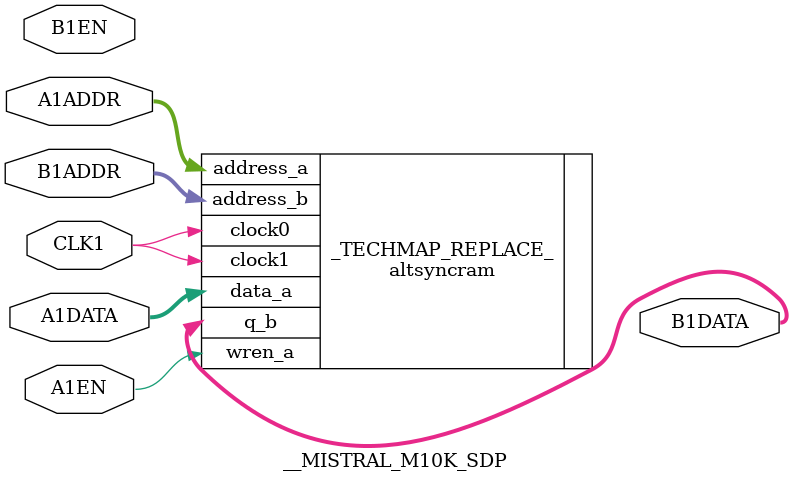
<source format=v>
module __MISTRAL_M10K_SDP(CLK1, A1ADDR, A1DATA, A1EN, B1ADDR, B1DATA, B1EN);

parameter CFG_ABITS = 10;
parameter CFG_DBITS = 10;
parameter CFG_ENABLE_A = 1;
parameter CFG_ENABLE_B = 1;

input CLK1;
input [CFG_ABITS-1:0] A1ADDR, B1ADDR;
input [CFG_DBITS-1:0] A1DATA;
output [CFG_DBITS-1:0] B1DATA;
input [CFG_ENABLE_A-1:0] A1EN, B1EN;

altsyncram #(
    .operation_mode("dual_port"),
    .ram_block_type("m10k"),
    .widthad_a(CFG_ABITS),
    .width_a(CFG_DBITS),
    .widthad_b(CFG_ABITS),
    .width_b(CFG_DBITS),
) _TECHMAP_REPLACE_ (
    .address_a(A1ADDR),
    .data_a(A1DATA),
    .wren_a(A1EN),
    .address_b(B1ADDR),
    .q_b(B1DATA),
    .clock0(CLK1),
    .clock1(CLK1)
);

endmodule
</source>
